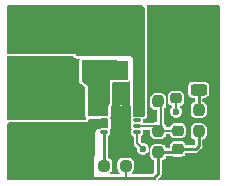
<source format=gbr>
%TF.GenerationSoftware,KiCad,Pcbnew,7.0.10*%
%TF.CreationDate,2024-08-19T14:49:08+08:00*%
%TF.ProjectId,TPS61230_Booster_5V_Layout-240812_JLCPCB,54505336-3132-4333-905f-426f6f737465,rev?*%
%TF.SameCoordinates,Original*%
%TF.FileFunction,Copper,L1,Top*%
%TF.FilePolarity,Positive*%
%FSLAX46Y46*%
G04 Gerber Fmt 4.6, Leading zero omitted, Abs format (unit mm)*
G04 Created by KiCad (PCBNEW 7.0.10) date 2024-08-19 14:49:08*
%MOMM*%
%LPD*%
G01*
G04 APERTURE LIST*
G04 Aperture macros list*
%AMRoundRect*
0 Rectangle with rounded corners*
0 $1 Rounding radius*
0 $2 $3 $4 $5 $6 $7 $8 $9 X,Y pos of 4 corners*
0 Add a 4 corners polygon primitive as box body*
4,1,4,$2,$3,$4,$5,$6,$7,$8,$9,$2,$3,0*
0 Add four circle primitives for the rounded corners*
1,1,$1+$1,$2,$3*
1,1,$1+$1,$4,$5*
1,1,$1+$1,$6,$7*
1,1,$1+$1,$8,$9*
0 Add four rect primitives between the rounded corners*
20,1,$1+$1,$2,$3,$4,$5,0*
20,1,$1+$1,$4,$5,$6,$7,0*
20,1,$1+$1,$6,$7,$8,$9,0*
20,1,$1+$1,$8,$9,$2,$3,0*%
%AMFreePoly0*
4,1,45,-0.121464,1.703536,-0.120000,1.700000,-0.120000,1.205000,0.120000,1.205000,0.120000,1.700000,0.121464,1.703536,0.125000,1.705000,0.375000,1.705000,0.378536,1.703536,0.380000,1.700000,0.380000,1.205000,0.825000,1.205000,0.828536,1.203536,0.830000,1.200000,0.830000,-1.200000,0.828536,-1.203536,0.825000,-1.205000,0.380000,-1.205000,0.380000,-1.700000,0.378536,-1.703536,
0.375000,-1.705000,0.125000,-1.705000,0.121464,-1.703536,0.120000,-1.700000,0.120000,-1.205000,-0.120000,-1.205000,-0.120000,-1.700000,-0.121464,-1.703536,-0.125000,-1.705000,-0.375000,-1.705000,-0.378536,-1.703536,-0.380000,-1.700000,-0.380000,-1.205000,-0.825000,-1.205000,-0.828536,-1.203536,-0.830000,-1.200000,-0.830000,1.200000,-0.828536,1.203536,-0.825000,1.205000,-0.380000,1.205000,
-0.380000,1.700000,-0.378536,1.703536,-0.375000,1.705000,-0.125000,1.705000,-0.121464,1.703536,-0.121464,1.703536,$1*%
G04 Aperture macros list end*
%TA.AperFunction,SMDPad,CuDef*%
%ADD10RoundRect,0.237500X0.250000X0.237500X-0.250000X0.237500X-0.250000X-0.237500X0.250000X-0.237500X0*%
%TD*%
%TA.AperFunction,ComponentPad*%
%ADD11R,1.500000X1.500000*%
%TD*%
%TA.AperFunction,SMDPad,CuDef*%
%ADD12RoundRect,0.030000X-0.270000X-0.090000X0.270000X-0.090000X0.270000X0.090000X-0.270000X0.090000X0*%
%TD*%
%TA.AperFunction,SMDPad,CuDef*%
%ADD13FreePoly0,0.000000*%
%TD*%
%TA.AperFunction,ComponentPad*%
%ADD14C,0.300000*%
%TD*%
%TA.AperFunction,SMDPad,CuDef*%
%ADD15RoundRect,0.225000X0.250000X-0.225000X0.250000X0.225000X-0.250000X0.225000X-0.250000X-0.225000X0*%
%TD*%
%TA.AperFunction,SMDPad,CuDef*%
%ADD16RoundRect,0.243750X-0.456250X0.243750X-0.456250X-0.243750X0.456250X-0.243750X0.456250X0.243750X0*%
%TD*%
%TA.AperFunction,SMDPad,CuDef*%
%ADD17RoundRect,0.237500X0.237500X-0.250000X0.237500X0.250000X-0.237500X0.250000X-0.237500X-0.250000X0*%
%TD*%
%TA.AperFunction,SMDPad,CuDef*%
%ADD18RoundRect,0.250000X0.475000X-0.250000X0.475000X0.250000X-0.475000X0.250000X-0.475000X-0.250000X0*%
%TD*%
%TA.AperFunction,SMDPad,CuDef*%
%ADD19R,3.708400X1.092200*%
%TD*%
%TA.AperFunction,SMDPad,CuDef*%
%ADD20RoundRect,0.250000X-0.475000X0.250000X-0.475000X-0.250000X0.475000X-0.250000X0.475000X0.250000X0*%
%TD*%
%TA.AperFunction,ViaPad*%
%ADD21C,0.600000*%
%TD*%
%TA.AperFunction,Conductor*%
%ADD22C,0.254000*%
%TD*%
%TA.AperFunction,Conductor*%
%ADD23C,0.203200*%
%TD*%
%TA.AperFunction,Conductor*%
%ADD24C,0.200000*%
%TD*%
G04 APERTURE END LIST*
D10*
%TO.P,R3,1*%
%TO.N,Net-(U1-VOUT)*%
X139744000Y-71501000D03*
%TO.P,R3,2*%
%TO.N,Net-(U1-PG)*%
X137919000Y-71501000D03*
%TD*%
D11*
%TO.P,TP5,1,1*%
%TO.N,/VIN*%
X130683000Y-59639200D03*
%TD*%
D12*
%TO.P,U1,1,SW*%
%TO.N,Net-(U1-SW)*%
X137919000Y-66665600D03*
%TO.P,U1,2,SW__1*%
X137919000Y-67165600D03*
%TO.P,U1,3,VOUT*%
%TO.N,Net-(U1-VOUT)*%
X137919000Y-67665600D03*
%TO.P,U1,4,VOUT__1*%
X137919000Y-68165600D03*
%TO.P,U1,5,PG*%
%TO.N,Net-(U1-PG)*%
X137919000Y-68665600D03*
%TO.P,U1,6,SS*%
%TO.N,Net-(U1-SS)*%
X140719000Y-68665600D03*
%TO.P,U1,7,FB*%
%TO.N,/FB*%
X140719000Y-68165600D03*
%TO.P,U1,8,HYS*%
%TO.N,unconnected-(U1-HYS-Pad8)*%
X140719000Y-67665600D03*
%TO.P,U1,9,EN*%
%TO.N,/VIN*%
X140719000Y-67165600D03*
%TO.P,U1,10,VIN*%
X140719000Y-66665600D03*
D13*
%TO.P,U1,11,GND*%
%TO.N,GND*%
X139319000Y-67665600D03*
D14*
%TO.P,U1,12,GND*%
X139319000Y-68615600D03*
%TO.P,U1,13,GND*%
X138744000Y-67665600D03*
%TO.P,U1,14,GND*%
%TO.N,unconnected-(U1-GND-Pad14)*%
X139894000Y-67665600D03*
%TO.P,U1,15*%
%TO.N,N/C*%
X139319000Y-66715600D03*
%TD*%
D11*
%TO.P,TP8,1,1*%
%TO.N,GND*%
X146800000Y-59639200D03*
%TD*%
D15*
%TO.P,C2,1*%
%TO.N,Net-(U1-SS)*%
X144018000Y-65799000D03*
%TO.P,C2,2*%
%TO.N,GND*%
X144018000Y-64249000D03*
%TD*%
D16*
%TO.P,D1,1,K*%
%TO.N,GND*%
X145923000Y-63197500D03*
%TO.P,D1,2,A*%
%TO.N,Net-(D1-A)*%
X145923000Y-65072500D03*
%TD*%
D17*
%TO.P,R2,1*%
%TO.N,Net-(U1-VOUT)*%
X142494000Y-70357050D03*
%TO.P,R2,2*%
%TO.N,/FB*%
X142494000Y-68532050D03*
%TD*%
D18*
%TO.P,C5,1*%
%TO.N,Net-(U1-VOUT)*%
X135337600Y-68702000D03*
%TO.P,C5,2*%
%TO.N,GND*%
X135337600Y-66802000D03*
%TD*%
%TO.P,C4,1*%
%TO.N,Net-(U1-VOUT)*%
X133223000Y-68702000D03*
%TO.P,C4,2*%
%TO.N,GND*%
X133223000Y-66802000D03*
%TD*%
D19*
%TO.P,L1,1,1*%
%TO.N,/VIN*%
X137871200Y-61226700D03*
%TO.P,L1,2,2*%
%TO.N,Net-(U1-SW)*%
X137871200Y-63487300D03*
%TD*%
D11*
%TO.P,TP6,1,1*%
%TO.N,GND*%
X146800000Y-71729600D03*
%TD*%
D17*
%TO.P,R1,1*%
%TO.N,/FB*%
X142494000Y-66063500D03*
%TO.P,R1,2*%
%TO.N,GND*%
X142494000Y-64238500D03*
%TD*%
D20*
%TO.P,C1,1*%
%TO.N,/VIN*%
X133731000Y-61153000D03*
%TO.P,C1,2*%
%TO.N,GND*%
X133731000Y-63053000D03*
%TD*%
D15*
%TO.P,C6,1*%
%TO.N,Net-(U1-VOUT)*%
X144145000Y-70082050D03*
%TO.P,C6,2*%
%TO.N,/FB*%
X144145000Y-68532050D03*
%TD*%
D11*
%TO.P,TP7,1,1*%
%TO.N,Net-(U1-VOUT)*%
X130683000Y-71729600D03*
%TD*%
D17*
%TO.P,R4,1*%
%TO.N,Net-(U1-VOUT)*%
X145923000Y-68603500D03*
%TO.P,R4,2*%
%TO.N,Net-(D1-A)*%
X145923000Y-66778500D03*
%TD*%
D18*
%TO.P,C3,1*%
%TO.N,Net-(U1-VOUT)*%
X131108400Y-68702000D03*
%TO.P,C3,2*%
%TO.N,GND*%
X131108400Y-66802000D03*
%TD*%
D21*
%TO.N,GND*%
X132829300Y-64592200D03*
X131038600Y-64592200D03*
X134620000Y-64592200D03*
X131064000Y-62852300D03*
%TO.N,Net-(U1-SS)*%
X141198600Y-70078600D03*
X144018000Y-66929000D03*
%TD*%
D22*
%TO.N,GND*%
X146812000Y-59651200D02*
X146800000Y-59639200D01*
X146812000Y-62562500D02*
X146812000Y-59651200D01*
X146177000Y-63197500D02*
X146812000Y-62562500D01*
D23*
%TO.N,Net-(U1-SS)*%
X141198600Y-70078600D02*
X140719000Y-69599000D01*
X140719000Y-69599000D02*
X140719000Y-68665600D01*
D24*
X144018000Y-65799000D02*
X144018000Y-66929000D01*
%TO.N,/FB*%
X142697200Y-68532050D02*
X142697200Y-66063500D01*
D23*
X140719000Y-68165600D02*
X142371200Y-68165600D01*
D24*
X142697200Y-68532050D02*
X144424400Y-68532050D01*
%TO.N,Net-(U1-VOUT)*%
X139744000Y-71501000D02*
X139744000Y-72473000D01*
D22*
X138728000Y-72517000D02*
X139700000Y-72517000D01*
X142113000Y-72517000D02*
X142494000Y-72136000D01*
X142697200Y-70357050D02*
X144134500Y-70357050D01*
X139700000Y-72517000D02*
X142113000Y-72517000D01*
X145923000Y-69828050D02*
X145669000Y-70082050D01*
X142494000Y-72136000D02*
X142494000Y-70357050D01*
X137922000Y-72517000D02*
X136779000Y-72517000D01*
D24*
X137898500Y-72493500D02*
X137922000Y-72517000D01*
D22*
X144424400Y-70082050D02*
X145669000Y-70082050D01*
D24*
X144134500Y-70357050D02*
X144424400Y-70067150D01*
X139744000Y-72473000D02*
X139700000Y-72517000D01*
D22*
X138728000Y-72517000D02*
X137922000Y-72517000D01*
X145923000Y-68603500D02*
X145923000Y-69828050D01*
%TO.N,Net-(U1-PG)*%
X137919000Y-68665600D02*
X137919000Y-71501000D01*
%TO.N,Net-(D1-A)*%
X145923000Y-66778500D02*
X145923000Y-65072500D01*
%TD*%
%TA.AperFunction,Conductor*%
%TO.N,GND*%
G36*
X147707594Y-57956206D02*
G01*
X147725900Y-58000400D01*
X147725900Y-72657200D01*
X147707594Y-72701394D01*
X147663400Y-72719700D01*
X142524342Y-72719700D01*
X142480148Y-72701394D01*
X142461842Y-72657200D01*
X142480148Y-72613006D01*
X142713546Y-72379607D01*
X142717544Y-72375943D01*
X142748750Y-72349760D01*
X142769118Y-72314479D01*
X142772031Y-72309906D01*
X142795394Y-72276543D01*
X142797050Y-72270363D01*
X142803296Y-72255282D01*
X142806497Y-72249739D01*
X142813571Y-72209612D01*
X142814741Y-72204334D01*
X142825286Y-72164985D01*
X142821737Y-72124429D01*
X142821500Y-72118983D01*
X142821500Y-71083943D01*
X142839806Y-71039749D01*
X142863356Y-71024950D01*
X142938475Y-70998666D01*
X143044711Y-70920261D01*
X143123116Y-70814025D01*
X143153775Y-70726406D01*
X143185649Y-70690740D01*
X143212767Y-70684550D01*
X143683635Y-70684550D01*
X143712009Y-70691362D01*
X143761869Y-70716767D01*
X143761871Y-70716767D01*
X143761874Y-70716769D01*
X143761877Y-70716769D01*
X143761879Y-70716770D01*
X143861498Y-70732548D01*
X143861504Y-70732548D01*
X143861512Y-70732550D01*
X143861514Y-70732550D01*
X144428486Y-70732550D01*
X144428488Y-70732550D01*
X144467268Y-70726408D01*
X144528120Y-70716770D01*
X144528120Y-70716769D01*
X144528126Y-70716769D01*
X144648220Y-70655578D01*
X144743528Y-70560270D01*
X144802936Y-70443676D01*
X144839310Y-70412609D01*
X144858624Y-70409550D01*
X145651975Y-70409550D01*
X145657423Y-70409788D01*
X145697984Y-70413337D01*
X145737315Y-70402797D01*
X145742627Y-70401619D01*
X145782739Y-70394547D01*
X145788284Y-70391345D01*
X145803363Y-70385100D01*
X145809540Y-70383445D01*
X145809540Y-70383444D01*
X145809543Y-70383444D01*
X145842903Y-70360083D01*
X145847476Y-70357170D01*
X145882760Y-70336800D01*
X145908947Y-70305589D01*
X145912610Y-70301592D01*
X146142546Y-70071657D01*
X146146544Y-70067993D01*
X146177750Y-70041810D01*
X146198118Y-70006529D01*
X146201031Y-70001956D01*
X146224394Y-69968593D01*
X146224395Y-69968590D01*
X146226050Y-69962413D01*
X146232296Y-69947332D01*
X146235497Y-69941789D01*
X146242571Y-69901660D01*
X146243743Y-69896377D01*
X146254286Y-69857034D01*
X146250737Y-69816479D01*
X146250500Y-69811033D01*
X146250500Y-69330393D01*
X146268806Y-69286199D01*
X146292356Y-69271400D01*
X146367475Y-69245116D01*
X146473711Y-69166711D01*
X146552116Y-69060475D01*
X146595725Y-68935849D01*
X146598500Y-68906256D01*
X146598500Y-68300744D01*
X146595725Y-68271151D01*
X146552116Y-68146525D01*
X146473711Y-68040289D01*
X146407052Y-67991093D01*
X146367476Y-67961884D01*
X146305162Y-67940079D01*
X146242849Y-67918275D01*
X146242847Y-67918274D01*
X146242846Y-67918274D01*
X146221578Y-67916280D01*
X146213256Y-67915500D01*
X145632744Y-67915500D01*
X145625135Y-67916213D01*
X145603153Y-67918274D01*
X145603151Y-67918275D01*
X145478523Y-67961884D01*
X145372289Y-68040289D01*
X145293884Y-68146523D01*
X145250275Y-68271151D01*
X145250274Y-68271153D01*
X145247500Y-68300747D01*
X145247500Y-68906252D01*
X145250274Y-68935846D01*
X145250274Y-68935847D01*
X145250275Y-68935849D01*
X145268882Y-68989025D01*
X145293884Y-69060476D01*
X145319556Y-69095260D01*
X145372289Y-69166711D01*
X145440800Y-69217274D01*
X145478523Y-69245115D01*
X145478524Y-69245115D01*
X145478525Y-69245116D01*
X145553642Y-69271400D01*
X145589310Y-69303275D01*
X145595500Y-69330393D01*
X145595500Y-69666506D01*
X145577195Y-69710699D01*
X145551652Y-69736243D01*
X145507458Y-69754550D01*
X144858624Y-69754550D01*
X144814430Y-69736244D01*
X144802936Y-69720424D01*
X144743528Y-69603830D01*
X144648219Y-69508521D01*
X144528130Y-69447332D01*
X144528120Y-69447329D01*
X144428501Y-69431551D01*
X144428489Y-69431550D01*
X144428488Y-69431550D01*
X143861512Y-69431550D01*
X143861510Y-69431550D01*
X143861498Y-69431551D01*
X143761879Y-69447329D01*
X143761869Y-69447332D01*
X143641780Y-69508521D01*
X143546471Y-69603830D01*
X143485282Y-69723919D01*
X143485279Y-69723929D01*
X143469501Y-69823548D01*
X143469500Y-69823564D01*
X143469500Y-69967050D01*
X143451194Y-70011244D01*
X143407000Y-70029550D01*
X143212767Y-70029550D01*
X143168573Y-70011244D01*
X143153775Y-69987695D01*
X143123116Y-69900075D01*
X143122318Y-69898994D01*
X143097828Y-69865810D01*
X143044711Y-69793839D01*
X142972036Y-69740203D01*
X142938476Y-69715434D01*
X142862832Y-69688965D01*
X142813849Y-69671825D01*
X142813847Y-69671824D01*
X142813846Y-69671824D01*
X142792578Y-69669830D01*
X142784256Y-69669050D01*
X142203744Y-69669050D01*
X142196135Y-69669763D01*
X142174153Y-69671824D01*
X142174151Y-69671825D01*
X142049523Y-69715434D01*
X141943289Y-69793839D01*
X141864884Y-69900073D01*
X141821275Y-70024701D01*
X141821273Y-70024709D01*
X141821176Y-70025746D01*
X141820956Y-70026161D01*
X141820464Y-70028415D01*
X141819837Y-70028278D01*
X141798819Y-70068035D01*
X141753107Y-70082129D01*
X141710818Y-70059772D01*
X141697086Y-70028797D01*
X141697031Y-70028415D01*
X141683765Y-69936143D01*
X141623977Y-69805227D01*
X141623976Y-69805225D01*
X141529728Y-69696457D01*
X141507749Y-69682332D01*
X141408653Y-69618647D01*
X141408651Y-69618646D01*
X141408649Y-69618645D01*
X141270563Y-69578100D01*
X141270561Y-69578100D01*
X141151222Y-69578100D01*
X141107028Y-69559794D01*
X141039406Y-69492172D01*
X141021100Y-69447978D01*
X141021100Y-69035523D01*
X141039406Y-68991329D01*
X141071410Y-68974223D01*
X141078937Y-68972726D01*
X141155181Y-68921781D01*
X141206126Y-68845537D01*
X141219500Y-68778303D01*
X141219499Y-68552898D01*
X141217409Y-68542392D01*
X141226740Y-68495478D01*
X141266514Y-68468901D01*
X141278708Y-68467700D01*
X141756000Y-68467700D01*
X141800194Y-68486006D01*
X141818500Y-68530200D01*
X141818500Y-68834806D01*
X141819082Y-68841010D01*
X141821274Y-68864396D01*
X141821275Y-68864398D01*
X141864884Y-68989026D01*
X141880563Y-69010270D01*
X141943289Y-69095261D01*
X142015260Y-69148378D01*
X142049523Y-69173665D01*
X142049524Y-69173665D01*
X142049525Y-69173666D01*
X142174151Y-69217275D01*
X142203744Y-69220050D01*
X142203747Y-69220050D01*
X142784253Y-69220050D01*
X142784256Y-69220050D01*
X142813849Y-69217275D01*
X142938475Y-69173666D01*
X143044711Y-69095261D01*
X143123116Y-68989025D01*
X143163223Y-68874406D01*
X143195099Y-68838739D01*
X143222216Y-68832550D01*
X143422774Y-68832550D01*
X143466968Y-68850856D01*
X143484504Y-68885271D01*
X143485280Y-68890170D01*
X143485281Y-68890176D01*
X143485282Y-68890180D01*
X143546471Y-69010269D01*
X143641780Y-69105578D01*
X143761869Y-69166767D01*
X143761871Y-69166767D01*
X143761874Y-69166769D01*
X143761877Y-69166769D01*
X143761879Y-69166770D01*
X143861498Y-69182548D01*
X143861504Y-69182548D01*
X143861512Y-69182550D01*
X143861514Y-69182550D01*
X144428486Y-69182550D01*
X144428488Y-69182550D01*
X144528126Y-69166769D01*
X144648220Y-69105578D01*
X144743528Y-69010270D01*
X144804719Y-68890176D01*
X144820500Y-68790538D01*
X144820500Y-68273562D01*
X144820118Y-68271153D01*
X144804720Y-68173929D01*
X144804719Y-68173927D01*
X144804719Y-68173924D01*
X144804717Y-68173921D01*
X144804717Y-68173919D01*
X144743528Y-68053830D01*
X144648219Y-67958521D01*
X144528130Y-67897332D01*
X144528120Y-67897329D01*
X144428501Y-67881551D01*
X144428489Y-67881550D01*
X144428488Y-67881550D01*
X143861512Y-67881550D01*
X143861510Y-67881550D01*
X143861498Y-67881551D01*
X143761879Y-67897329D01*
X143761869Y-67897332D01*
X143641780Y-67958521D01*
X143546471Y-68053830D01*
X143485282Y-68173919D01*
X143485281Y-68173923D01*
X143485281Y-68173924D01*
X143484504Y-68178828D01*
X143459511Y-68219614D01*
X143422774Y-68231550D01*
X143222216Y-68231550D01*
X143178022Y-68213244D01*
X143163223Y-68189693D01*
X143123115Y-68075073D01*
X143059661Y-67989096D01*
X143044711Y-67968839D01*
X143044710Y-67968838D01*
X143044709Y-67968837D01*
X143023085Y-67952877D01*
X142998398Y-67911904D01*
X142997700Y-67902591D01*
X142997700Y-66692957D01*
X143016006Y-66648763D01*
X143023079Y-66642675D01*
X143044711Y-66626711D01*
X143123116Y-66520475D01*
X143166725Y-66395849D01*
X143169500Y-66366256D01*
X143169500Y-66057485D01*
X143342500Y-66057485D01*
X143342501Y-66057501D01*
X143358279Y-66157120D01*
X143358282Y-66157130D01*
X143419471Y-66277219D01*
X143514780Y-66372528D01*
X143634869Y-66433717D01*
X143634870Y-66433717D01*
X143634874Y-66433719D01*
X143656569Y-66437155D01*
X143697356Y-66462147D01*
X143708524Y-66508660D01*
X143689389Y-66543124D01*
X143689799Y-66543479D01*
X143688111Y-66545426D01*
X143687731Y-66546112D01*
X143686873Y-66546855D01*
X143592623Y-66655625D01*
X143592623Y-66655627D01*
X143532834Y-66786544D01*
X143512353Y-66929000D01*
X143532834Y-67071455D01*
X143532835Y-67071457D01*
X143550824Y-67110848D01*
X143592623Y-67202372D01*
X143592623Y-67202374D01*
X143662201Y-67282671D01*
X143686872Y-67311143D01*
X143807947Y-67388953D01*
X143943062Y-67428626D01*
X143946036Y-67429499D01*
X143946038Y-67429500D01*
X143946039Y-67429500D01*
X144089962Y-67429500D01*
X144089962Y-67429499D01*
X144228053Y-67388953D01*
X144349128Y-67311143D01*
X144443377Y-67202373D01*
X144503165Y-67071457D01*
X144523647Y-66929000D01*
X144503165Y-66786543D01*
X144443377Y-66655627D01*
X144443376Y-66655625D01*
X144349125Y-66546853D01*
X144348274Y-66546116D01*
X144347984Y-66545536D01*
X144346201Y-66543479D01*
X144346726Y-66543023D01*
X144326865Y-66503339D01*
X144341975Y-66457953D01*
X144379428Y-66437155D01*
X144401126Y-66433719D01*
X144521220Y-66372528D01*
X144616528Y-66277220D01*
X144677719Y-66157126D01*
X144680925Y-66136884D01*
X144693498Y-66057501D01*
X144693500Y-66057485D01*
X144693500Y-65540514D01*
X144693498Y-65540498D01*
X144677720Y-65440879D01*
X144677719Y-65440877D01*
X144677719Y-65440874D01*
X144677717Y-65440871D01*
X144677717Y-65440869D01*
X144641485Y-65369760D01*
X145022500Y-65369760D01*
X145025313Y-65399771D01*
X145025314Y-65399773D01*
X145069545Y-65526180D01*
X145109307Y-65580054D01*
X145149070Y-65633930D01*
X145222066Y-65687804D01*
X145256819Y-65713454D01*
X145256820Y-65713454D01*
X145256821Y-65713455D01*
X145383226Y-65757686D01*
X145413236Y-65760500D01*
X145533000Y-65760500D01*
X145577194Y-65778806D01*
X145595500Y-65823000D01*
X145595500Y-66051605D01*
X145577194Y-66095799D01*
X145553643Y-66110597D01*
X145478528Y-66136881D01*
X145478523Y-66136884D01*
X145372289Y-66215289D01*
X145293884Y-66321523D01*
X145250275Y-66446151D01*
X145250274Y-66446153D01*
X145247500Y-66475747D01*
X145247500Y-67081252D01*
X145250274Y-67110846D01*
X145250275Y-67110848D01*
X145293884Y-67235476D01*
X145328713Y-67282667D01*
X145372289Y-67341711D01*
X145431191Y-67385182D01*
X145478523Y-67420115D01*
X145478524Y-67420115D01*
X145478525Y-67420116D01*
X145603151Y-67463725D01*
X145632744Y-67466500D01*
X145632747Y-67466500D01*
X146213253Y-67466500D01*
X146213256Y-67466500D01*
X146242849Y-67463725D01*
X146367475Y-67420116D01*
X146473711Y-67341711D01*
X146552116Y-67235475D01*
X146595725Y-67110849D01*
X146598500Y-67081256D01*
X146598500Y-66475744D01*
X146595725Y-66446151D01*
X146552116Y-66321525D01*
X146473711Y-66215289D01*
X146394908Y-66157130D01*
X146367476Y-66136884D01*
X146367471Y-66136881D01*
X146292357Y-66110597D01*
X146256689Y-66078722D01*
X146250500Y-66051605D01*
X146250500Y-65823000D01*
X146268806Y-65778806D01*
X146313000Y-65760500D01*
X146432761Y-65760500D01*
X146432764Y-65760500D01*
X146462774Y-65757686D01*
X146589179Y-65713455D01*
X146696930Y-65633930D01*
X146776455Y-65526179D01*
X146820686Y-65399774D01*
X146823500Y-65369764D01*
X146823500Y-64775236D01*
X146820686Y-64745226D01*
X146776455Y-64618821D01*
X146766390Y-64605184D01*
X146725079Y-64549210D01*
X146696930Y-64511070D01*
X146628284Y-64460406D01*
X146589180Y-64431545D01*
X146504504Y-64401916D01*
X146462774Y-64387314D01*
X146462772Y-64387313D01*
X146462771Y-64387313D01*
X146441203Y-64385291D01*
X146432764Y-64384500D01*
X145413236Y-64384500D01*
X145405520Y-64385223D01*
X145383228Y-64387313D01*
X145383226Y-64387314D01*
X145256819Y-64431545D01*
X145149070Y-64511070D01*
X145069545Y-64618819D01*
X145025314Y-64745226D01*
X145025313Y-64745228D01*
X145022500Y-64775239D01*
X145022500Y-65369760D01*
X144641485Y-65369760D01*
X144616528Y-65320780D01*
X144521219Y-65225471D01*
X144401130Y-65164282D01*
X144401120Y-65164279D01*
X144301501Y-65148501D01*
X144301489Y-65148500D01*
X144301488Y-65148500D01*
X143734512Y-65148500D01*
X143734510Y-65148500D01*
X143734498Y-65148501D01*
X143634879Y-65164279D01*
X143634869Y-65164282D01*
X143514780Y-65225471D01*
X143419471Y-65320780D01*
X143358282Y-65440869D01*
X143358279Y-65440879D01*
X143342501Y-65540498D01*
X143342500Y-65540514D01*
X143342500Y-66057485D01*
X143169500Y-66057485D01*
X143169500Y-65760744D01*
X143166725Y-65731151D01*
X143123116Y-65606525D01*
X143044711Y-65500289D01*
X142964206Y-65440874D01*
X142938476Y-65421884D01*
X142875280Y-65399771D01*
X142813849Y-65378275D01*
X142813847Y-65378274D01*
X142813846Y-65378274D01*
X142792578Y-65376280D01*
X142784256Y-65375500D01*
X142203744Y-65375500D01*
X142196135Y-65376213D01*
X142174153Y-65378274D01*
X142174151Y-65378275D01*
X142049523Y-65421884D01*
X141943289Y-65500289D01*
X141864884Y-65606523D01*
X141821275Y-65731151D01*
X141821274Y-65731153D01*
X141819213Y-65753135D01*
X141818500Y-65760744D01*
X141818500Y-66366256D01*
X141818817Y-66369634D01*
X141821274Y-66395846D01*
X141821274Y-66395847D01*
X141821275Y-66395849D01*
X141840095Y-66449632D01*
X141864884Y-66520476D01*
X141896905Y-66563862D01*
X141943289Y-66626711D01*
X142003741Y-66671326D01*
X142049523Y-66705115D01*
X142049524Y-66705115D01*
X142049525Y-66705116D01*
X142174151Y-66748725D01*
X142203744Y-66751500D01*
X142334200Y-66751500D01*
X142378394Y-66769806D01*
X142396700Y-66814000D01*
X142396700Y-67781550D01*
X142378394Y-67825744D01*
X142334200Y-67844050D01*
X142203744Y-67844050D01*
X142196135Y-67844763D01*
X142174153Y-67846824D01*
X142174148Y-67846825D01*
X142136518Y-67859993D01*
X142115876Y-67863500D01*
X141278710Y-67863500D01*
X141234516Y-67845194D01*
X141216210Y-67801000D01*
X141217411Y-67788808D01*
X141219499Y-67778306D01*
X141219500Y-67778303D01*
X141219499Y-67623960D01*
X141237805Y-67579767D01*
X141274535Y-67561908D01*
X141286757Y-67560439D01*
X141333108Y-67549125D01*
X141353721Y-67542933D01*
X141430787Y-67493688D01*
X141474415Y-67449392D01*
X141511810Y-67397092D01*
X141524184Y-67372344D01*
X141540381Y-67327657D01*
X141551002Y-67282667D01*
X141556500Y-67235452D01*
X141556500Y-58152414D01*
X141556500Y-58152389D01*
X141556336Y-58144204D01*
X141556011Y-58136102D01*
X141556011Y-58136100D01*
X141540394Y-58065367D01*
X141523347Y-58024419D01*
X141523263Y-57976585D01*
X141557027Y-57942700D01*
X141581048Y-57937900D01*
X147663400Y-57937900D01*
X147707594Y-57956206D01*
G37*
%TD.AperFunction*%
%TA.AperFunction,Conductor*%
G36*
X140104762Y-64365432D02*
G01*
X140128917Y-64406721D01*
X140129499Y-64415234D01*
X140129499Y-66361628D01*
X140130730Y-66378326D01*
X140131721Y-66391768D01*
X140134796Y-66412512D01*
X140135044Y-66414184D01*
X140135339Y-66419124D01*
X140135470Y-66419113D01*
X140135765Y-66422617D01*
X140137541Y-66431548D01*
X140138064Y-66434558D01*
X140138133Y-66435027D01*
X140138279Y-66435257D01*
X140140576Y-66446805D01*
X140146728Y-66477739D01*
X140147928Y-66489929D01*
X140147928Y-67244508D01*
X140150456Y-67276638D01*
X140152095Y-67286983D01*
X140140926Y-67333496D01*
X140100139Y-67358489D01*
X140068597Y-67353092D01*
X140068024Y-67354764D01*
X140035304Y-67343531D01*
X140027227Y-67340107D01*
X140003661Y-67328100D01*
X140003659Y-67328099D01*
X140003658Y-67328099D01*
X139984328Y-67325037D01*
X139973815Y-67322421D01*
X139952488Y-67315100D01*
X139952487Y-67315100D01*
X139926500Y-67315100D01*
X139916723Y-67314330D01*
X139911829Y-67313554D01*
X139894002Y-67310731D01*
X139893998Y-67310731D01*
X139870316Y-67314482D01*
X139865707Y-67315038D01*
X139864958Y-67315100D01*
X139838000Y-67319597D01*
X139837495Y-67319679D01*
X139782901Y-67328326D01*
X139779969Y-67329043D01*
X139778620Y-67329506D01*
X139731680Y-67354908D01*
X139730311Y-67355627D01*
X139685412Y-67378505D01*
X139681436Y-67381394D01*
X139681084Y-67380910D01*
X139679748Y-67381903D01*
X139679826Y-67382003D01*
X139675740Y-67385183D01*
X139641922Y-67421918D01*
X139640136Y-67423779D01*
X139606905Y-67457012D01*
X139604016Y-67460989D01*
X139603970Y-67460956D01*
X139597742Y-67469911D01*
X139596516Y-67471242D01*
X139596514Y-67471246D01*
X139577820Y-67513862D01*
X139576274Y-67517128D01*
X139556499Y-67555939D01*
X139556498Y-67555944D01*
X139556137Y-67558222D01*
X139551650Y-67573524D01*
X139549526Y-67578367D01*
X139549526Y-67578368D01*
X139545966Y-67621326D01*
X139545411Y-67625939D01*
X139539131Y-67665600D01*
X139539131Y-67665604D01*
X139540033Y-67671303D01*
X139540589Y-67686230D01*
X139539868Y-67694940D01*
X139539868Y-67694945D01*
X139549612Y-67733427D01*
X139550754Y-67738989D01*
X139556499Y-67775260D01*
X139560690Y-67783486D01*
X139565586Y-67796510D01*
X139568581Y-67808333D01*
X139568584Y-67808341D01*
X139588420Y-67838702D01*
X139591785Y-67844512D01*
X139606904Y-67874186D01*
X139615872Y-67883154D01*
X139623997Y-67893158D01*
X139632563Y-67906269D01*
X139632564Y-67906270D01*
X139632565Y-67906271D01*
X139658478Y-67926439D01*
X139664285Y-67931567D01*
X139685413Y-67952695D01*
X139699792Y-67960021D01*
X139709799Y-67966384D01*
X139724874Y-67978117D01*
X139752700Y-67987669D01*
X139760770Y-67991091D01*
X139784339Y-68003100D01*
X139803673Y-68006161D01*
X139814187Y-68008778D01*
X139835512Y-68016100D01*
X139861500Y-68016100D01*
X139871276Y-68016869D01*
X139894000Y-68020469D01*
X139917721Y-68016711D01*
X139922317Y-68016159D01*
X139923019Y-68016100D01*
X139923040Y-68016100D01*
X139950115Y-68011581D01*
X139950326Y-68011547D01*
X140003661Y-68003100D01*
X140003664Y-68003098D01*
X140005138Y-68002865D01*
X140008000Y-68002166D01*
X140009375Y-68001694D01*
X140009377Y-68001692D01*
X140009381Y-68001692D01*
X140056392Y-67976250D01*
X140057588Y-67975622D01*
X140102587Y-67952695D01*
X140102589Y-67952693D01*
X140106570Y-67949801D01*
X140106936Y-67950305D01*
X140108263Y-67949313D01*
X140108173Y-67949197D01*
X140112256Y-67946019D01*
X140112255Y-67946019D01*
X140112258Y-67946018D01*
X140124215Y-67933028D01*
X140167614Y-67912911D01*
X140212527Y-67929372D01*
X140232645Y-67972772D01*
X140231498Y-67987550D01*
X140218500Y-68052896D01*
X140218500Y-68278300D01*
X140218501Y-68278302D01*
X140231873Y-68345535D01*
X140231874Y-68345537D01*
X140255487Y-68380877D01*
X140264819Y-68427792D01*
X140255487Y-68450321D01*
X140231875Y-68485658D01*
X140231873Y-68485663D01*
X140218500Y-68552896D01*
X140218500Y-68778300D01*
X140218501Y-68778302D01*
X140231874Y-68845537D01*
X140231874Y-68845538D01*
X140231875Y-68845539D01*
X140282818Y-68921781D01*
X140359060Y-68972724D01*
X140359063Y-68972726D01*
X140366592Y-68974223D01*
X140406365Y-69000796D01*
X140416900Y-69035522D01*
X140416900Y-69539523D01*
X140415067Y-69550755D01*
X140415414Y-69550804D01*
X140414613Y-69556542D01*
X140416833Y-69604537D01*
X140416900Y-69607424D01*
X140416900Y-69626989D01*
X140416901Y-69627002D01*
X140417393Y-69629634D01*
X140418390Y-69638229D01*
X140419829Y-69669359D01*
X140419830Y-69669364D01*
X140425557Y-69682335D01*
X140429816Y-69696090D01*
X140432419Y-69710016D01*
X140432420Y-69710019D01*
X140432421Y-69710021D01*
X140438862Y-69720424D01*
X140448825Y-69736516D01*
X140452859Y-69744169D01*
X140465450Y-69772684D01*
X140475472Y-69782706D01*
X140484417Y-69793999D01*
X140491875Y-69806045D01*
X140491876Y-69806046D01*
X140491878Y-69806049D01*
X140516755Y-69824835D01*
X140523276Y-69830510D01*
X140680687Y-69987921D01*
X140698993Y-70032115D01*
X140698357Y-70041008D01*
X140692953Y-70078599D01*
X140692953Y-70078600D01*
X140695448Y-70095954D01*
X140713434Y-70221055D01*
X140713435Y-70221057D01*
X140766293Y-70336799D01*
X140773223Y-70351972D01*
X140773223Y-70351974D01*
X140852683Y-70443676D01*
X140867472Y-70460743D01*
X140988547Y-70538553D01*
X140988549Y-70538553D01*
X140988550Y-70538554D01*
X141126636Y-70579099D01*
X141126638Y-70579100D01*
X141126639Y-70579100D01*
X141270562Y-70579100D01*
X141270562Y-70579099D01*
X141408653Y-70538553D01*
X141529728Y-70460743D01*
X141623977Y-70351973D01*
X141683765Y-70221057D01*
X141694136Y-70148923D01*
X141718545Y-70107784D01*
X141764894Y-70095954D01*
X141806034Y-70120363D01*
X141818500Y-70157818D01*
X141818500Y-70659802D01*
X141821274Y-70689396D01*
X141821274Y-70689397D01*
X141821275Y-70689399D01*
X141821962Y-70691362D01*
X141864884Y-70814026D01*
X141884958Y-70841225D01*
X141943289Y-70920261D01*
X141983976Y-70950289D01*
X142049523Y-70998665D01*
X142049524Y-70998665D01*
X142049525Y-70998666D01*
X142124642Y-71024950D01*
X142160310Y-71056825D01*
X142166500Y-71083943D01*
X142166500Y-71974457D01*
X142148194Y-72018651D01*
X141995652Y-72171194D01*
X141951458Y-72189500D01*
X140310448Y-72189500D01*
X140266254Y-72171194D01*
X140247948Y-72127000D01*
X140266254Y-72082806D01*
X140273324Y-72076719D01*
X140307211Y-72051711D01*
X140385616Y-71945475D01*
X140429225Y-71820849D01*
X140432000Y-71791256D01*
X140432000Y-71210744D01*
X140429225Y-71181151D01*
X140385616Y-71056525D01*
X140307211Y-70950289D01*
X140244339Y-70903888D01*
X140200976Y-70871884D01*
X140138662Y-70850079D01*
X140076349Y-70828275D01*
X140076347Y-70828274D01*
X140076346Y-70828274D01*
X140055078Y-70826280D01*
X140046756Y-70825500D01*
X139441244Y-70825500D01*
X139433635Y-70826213D01*
X139411653Y-70828274D01*
X139411651Y-70828275D01*
X139287023Y-70871884D01*
X139180789Y-70950289D01*
X139102384Y-71056523D01*
X139058775Y-71181151D01*
X139058774Y-71181153D01*
X139056000Y-71210747D01*
X139056000Y-71791252D01*
X139058774Y-71820846D01*
X139058775Y-71820848D01*
X139102384Y-71945476D01*
X139156390Y-72018651D01*
X139180789Y-72051711D01*
X139214667Y-72076714D01*
X139239354Y-72117685D01*
X139227840Y-72164114D01*
X139186867Y-72188802D01*
X139177552Y-72189500D01*
X138485448Y-72189500D01*
X138441254Y-72171194D01*
X138422948Y-72127000D01*
X138441254Y-72082806D01*
X138448324Y-72076719D01*
X138482211Y-72051711D01*
X138560616Y-71945475D01*
X138604225Y-71820849D01*
X138607000Y-71791256D01*
X138607000Y-71210744D01*
X138604225Y-71181151D01*
X138560616Y-71056525D01*
X138482211Y-70950289D01*
X138419339Y-70903888D01*
X138375976Y-70871884D01*
X138320143Y-70852347D01*
X138288356Y-70841224D01*
X138252689Y-70809349D01*
X138246500Y-70782232D01*
X138246500Y-69027806D01*
X138264806Y-68983612D01*
X138274277Y-68975839D01*
X138278935Y-68972726D01*
X138278937Y-68972726D01*
X138355181Y-68921781D01*
X138406126Y-68845537D01*
X138419500Y-68778303D01*
X138419499Y-68552898D01*
X138406787Y-68488987D01*
X138414432Y-68444742D01*
X138460801Y-68367135D01*
X138480014Y-68308004D01*
X138490072Y-68244500D01*
X138490072Y-67616100D01*
X138490072Y-67616091D01*
X138487543Y-67583964D01*
X138487542Y-67583951D01*
X138482618Y-67552864D01*
X138481846Y-67548320D01*
X138481844Y-67548317D01*
X138481844Y-67548314D01*
X138445903Y-67464226D01*
X138445901Y-67464223D01*
X138443745Y-67461255D01*
X138432580Y-67414741D01*
X138443337Y-67388354D01*
X138456123Y-67370336D01*
X138474429Y-67326142D01*
X138490072Y-67247500D01*
X138490072Y-66715604D01*
X138964131Y-66715604D01*
X138965033Y-66721303D01*
X138965589Y-66736230D01*
X138964868Y-66744940D01*
X138964868Y-66744945D01*
X138974612Y-66783427D01*
X138975754Y-66788989D01*
X138981499Y-66825260D01*
X138985690Y-66833486D01*
X138990586Y-66846510D01*
X138993581Y-66858333D01*
X138993584Y-66858341D01*
X138997333Y-66864080D01*
X139013420Y-66888702D01*
X139016785Y-66894512D01*
X139031904Y-66924186D01*
X139040872Y-66933154D01*
X139048997Y-66943158D01*
X139057563Y-66956269D01*
X139057564Y-66956270D01*
X139057565Y-66956271D01*
X139083478Y-66976439D01*
X139089285Y-66981567D01*
X139110413Y-67002695D01*
X139124792Y-67010021D01*
X139134799Y-67016384D01*
X139149874Y-67028117D01*
X139177700Y-67037669D01*
X139185770Y-67041091D01*
X139209339Y-67053100D01*
X139228673Y-67056161D01*
X139239187Y-67058778D01*
X139260512Y-67066100D01*
X139286500Y-67066100D01*
X139296276Y-67066869D01*
X139319000Y-67070469D01*
X139342721Y-67066711D01*
X139347317Y-67066159D01*
X139348019Y-67066100D01*
X139348040Y-67066100D01*
X139375115Y-67061581D01*
X139375326Y-67061547D01*
X139428661Y-67053100D01*
X139428664Y-67053098D01*
X139430138Y-67052865D01*
X139433000Y-67052166D01*
X139434375Y-67051694D01*
X139434377Y-67051692D01*
X139434381Y-67051692D01*
X139481392Y-67026250D01*
X139482588Y-67025622D01*
X139527587Y-67002695D01*
X139527589Y-67002693D01*
X139531570Y-66999801D01*
X139531936Y-67000305D01*
X139533263Y-66999313D01*
X139533173Y-66999197D01*
X139537254Y-66996019D01*
X139537258Y-66996018D01*
X139571100Y-66959254D01*
X139572840Y-66957440D01*
X139606095Y-66924187D01*
X139606098Y-66924182D01*
X139608990Y-66920203D01*
X139609037Y-66920237D01*
X139615268Y-66911275D01*
X139616484Y-66909956D01*
X139635181Y-66867327D01*
X139636720Y-66864080D01*
X139656500Y-66825261D01*
X139656859Y-66822987D01*
X139661353Y-66807663D01*
X139663473Y-66802832D01*
X139667035Y-66759833D01*
X139667586Y-66755262D01*
X139673869Y-66715600D01*
X139672965Y-66709899D01*
X139672410Y-66694961D01*
X139673132Y-66686256D01*
X139663385Y-66647770D01*
X139662248Y-66642234D01*
X139656500Y-66605939D01*
X139652308Y-66597711D01*
X139647411Y-66584687D01*
X139644416Y-66572859D01*
X139627428Y-66546857D01*
X139624574Y-66542488D01*
X139621209Y-66536677D01*
X139606094Y-66507011D01*
X139597129Y-66498047D01*
X139588997Y-66488033D01*
X139580439Y-66474933D01*
X139580438Y-66474931D01*
X139554520Y-66454759D01*
X139548714Y-66449632D01*
X139527585Y-66428503D01*
X139513214Y-66421181D01*
X139503203Y-66414817D01*
X139488126Y-66403083D01*
X139488121Y-66403080D01*
X139460304Y-66393531D01*
X139452227Y-66390107D01*
X139428661Y-66378100D01*
X139428659Y-66378099D01*
X139428658Y-66378099D01*
X139409328Y-66375037D01*
X139398815Y-66372421D01*
X139377488Y-66365100D01*
X139377487Y-66365100D01*
X139351500Y-66365100D01*
X139341723Y-66364330D01*
X139336829Y-66363554D01*
X139319002Y-66360731D01*
X139318998Y-66360731D01*
X139295316Y-66364482D01*
X139290707Y-66365038D01*
X139289958Y-66365100D01*
X139263000Y-66369597D01*
X139262495Y-66369679D01*
X139207901Y-66378326D01*
X139204969Y-66379043D01*
X139203620Y-66379506D01*
X139156680Y-66404908D01*
X139155311Y-66405627D01*
X139110412Y-66428505D01*
X139106436Y-66431394D01*
X139106084Y-66430910D01*
X139104748Y-66431903D01*
X139104826Y-66432003D01*
X139100740Y-66435183D01*
X139066922Y-66471918D01*
X139065136Y-66473779D01*
X139031905Y-66507012D01*
X139029016Y-66510989D01*
X139028970Y-66510956D01*
X139022742Y-66519911D01*
X139021516Y-66521242D01*
X139021514Y-66521246D01*
X139002820Y-66563862D01*
X139001274Y-66567128D01*
X138981499Y-66605939D01*
X138981498Y-66605944D01*
X138981137Y-66608222D01*
X138976650Y-66623524D01*
X138974526Y-66628367D01*
X138974526Y-66628368D01*
X138970966Y-66671326D01*
X138970411Y-66675939D01*
X138964131Y-66715600D01*
X138964131Y-66715604D01*
X138490072Y-66715604D01*
X138490072Y-66489905D01*
X138490971Y-66479345D01*
X138490977Y-66479310D01*
X138500612Y-66455146D01*
X138503247Y-66451203D01*
X138504208Y-66449806D01*
X138550751Y-66384214D01*
X138569057Y-66340020D01*
X138584700Y-66261378D01*
X138584700Y-64504600D01*
X138603006Y-64460406D01*
X138647200Y-64442100D01*
X139842652Y-64442100D01*
X139918271Y-64427681D01*
X139961041Y-64410755D01*
X140017425Y-64377172D01*
X140017427Y-64377170D01*
X140021919Y-64373154D01*
X140022831Y-64374174D01*
X140058486Y-64353316D01*
X140104762Y-64365432D01*
G37*
%TD.AperFunction*%
%TA.AperFunction,Conductor*%
G36*
X129765173Y-62227813D02*
G01*
X129779151Y-62230027D01*
X129793491Y-62232299D01*
X129793497Y-62232299D01*
X129793500Y-62232300D01*
X135285481Y-62232300D01*
X135329675Y-62250606D01*
X135342951Y-62270235D01*
X135347670Y-62281276D01*
X135347671Y-62281278D01*
X135384213Y-62331573D01*
X135384223Y-62331586D01*
X135408455Y-62359321D01*
X135486965Y-62406229D01*
X135546096Y-62425442D01*
X135609600Y-62435500D01*
X135789107Y-62435500D01*
X135833301Y-62453806D01*
X135851607Y-62498000D01*
X135845537Y-62521501D01*
X135846793Y-62522021D01*
X135845450Y-62525261D01*
X135845449Y-62525264D01*
X135827143Y-62569458D01*
X135827141Y-62569463D01*
X135811500Y-62648099D01*
X135811500Y-62648100D01*
X135811500Y-64380481D01*
X135812396Y-64397626D01*
X135812621Y-64401916D01*
X135813982Y-64414896D01*
X135815258Y-64424754D01*
X135848951Y-64509773D01*
X135848952Y-64509775D01*
X135857979Y-64522920D01*
X135876031Y-64549210D01*
X135876032Y-64549211D01*
X135876033Y-64549212D01*
X135933439Y-64605181D01*
X135933441Y-64605182D01*
X135933443Y-64605184D01*
X136291062Y-64837636D01*
X136318140Y-64877070D01*
X136319500Y-64890039D01*
X136319500Y-67247500D01*
X136335142Y-67326140D01*
X136341592Y-67341711D01*
X136353449Y-67370336D01*
X136370261Y-67397092D01*
X136384727Y-67420115D01*
X136390076Y-67428627D01*
X136395992Y-67432825D01*
X136421441Y-67473328D01*
X136415829Y-67511539D01*
X136409263Y-67524792D01*
X136387623Y-67594042D01*
X136356968Y-67630765D01*
X136327968Y-67637900D01*
X129886470Y-67637900D01*
X129884980Y-67637958D01*
X129870337Y-67638533D01*
X129854606Y-67639772D01*
X129854595Y-67639774D01*
X129774486Y-67662369D01*
X129774148Y-67661172D01*
X129730336Y-67660299D01*
X129697192Y-67625807D01*
X129692900Y-67603045D01*
X129692900Y-62289544D01*
X129711206Y-62245350D01*
X129755400Y-62227044D01*
X129765173Y-62227813D01*
G37*
%TD.AperFunction*%
%TD*%
%TA.AperFunction,Conductor*%
%TO.N,/VIN*%
G36*
X141211890Y-57957113D02*
G01*
X141229140Y-57973030D01*
X141326781Y-58086944D01*
X141350676Y-58144344D01*
X141351000Y-58152414D01*
X141351000Y-67235452D01*
X141340379Y-67280442D01*
X141328005Y-67305190D01*
X141284377Y-67349486D01*
X141238026Y-67360800D01*
X141100540Y-67360800D01*
X141080914Y-67358867D01*
X141033752Y-67349486D01*
X141011703Y-67345100D01*
X141011702Y-67345100D01*
X140454028Y-67345100D01*
X140394897Y-67325887D01*
X140358352Y-67275587D01*
X140353428Y-67244500D01*
X140353428Y-66477591D01*
X140353840Y-66473407D01*
X140353840Y-66465610D01*
X140337318Y-66382530D01*
X140338075Y-66382379D01*
X140335000Y-66361635D01*
X140335000Y-62357000D01*
X140334999Y-62356999D01*
X140182600Y-62230000D01*
X139928600Y-62230000D01*
X135609600Y-62230000D01*
X135550469Y-62210787D01*
X135513924Y-62160487D01*
X135509000Y-62129400D01*
X135509000Y-62026800D01*
X129793500Y-62026800D01*
X129734369Y-62007587D01*
X129697824Y-61957287D01*
X129692900Y-61926200D01*
X129692900Y-58038500D01*
X129712113Y-57979369D01*
X129762413Y-57942824D01*
X129793500Y-57937900D01*
X141152759Y-57937900D01*
X141211890Y-57957113D01*
G37*
%TD.AperFunction*%
%TD*%
%TA.AperFunction,Conductor*%
%TO.N,Net-(U1-VOUT)*%
G36*
X138243103Y-67534713D02*
G01*
X138279648Y-67585013D01*
X138284572Y-67616100D01*
X138284572Y-68244500D01*
X138265359Y-68303631D01*
X138215059Y-68340176D01*
X138183972Y-68345100D01*
X138013718Y-68345100D01*
X137979308Y-68339032D01*
X137976748Y-68338100D01*
X137976747Y-68338100D01*
X137861253Y-68338100D01*
X137861252Y-68338100D01*
X137858686Y-68339034D01*
X137824281Y-68345100D01*
X137626298Y-68345100D01*
X137559062Y-68358474D01*
X137559060Y-68358475D01*
X137518995Y-68385246D01*
X137463105Y-68402200D01*
X137312399Y-68402200D01*
X137109199Y-68732399D01*
X137084597Y-72619737D01*
X137065010Y-72678745D01*
X137014480Y-72714971D01*
X136983999Y-72719700D01*
X129793500Y-72719700D01*
X129734369Y-72700487D01*
X129697824Y-72650187D01*
X129692900Y-72619100D01*
X129692900Y-68036970D01*
X129712113Y-67977839D01*
X129722365Y-67965835D01*
X129815335Y-67872865D01*
X129870733Y-67844639D01*
X129886470Y-67843400D01*
X136524999Y-67843400D01*
X136525000Y-67843400D01*
X136605408Y-67586091D01*
X136641384Y-67535385D01*
X136700295Y-67515506D01*
X136701429Y-67515500D01*
X138183972Y-67515500D01*
X138243103Y-67534713D01*
G37*
%TD.AperFunction*%
%TD*%
%TA.AperFunction,Conductor*%
%TO.N,Net-(U1-SW)*%
G36*
X138227718Y-62585627D02*
G01*
X139891380Y-62634558D01*
X139935017Y-62654155D01*
X139952016Y-62698868D01*
X139952012Y-62699014D01*
X139905121Y-64176083D01*
X139885422Y-64219674D01*
X139842652Y-64236600D01*
X138379200Y-64236600D01*
X138379200Y-66261378D01*
X138360894Y-66305572D01*
X138351426Y-66313343D01*
X138345615Y-66317225D01*
X138345614Y-66317226D01*
X138330988Y-66339118D01*
X138301311Y-66383539D01*
X138301302Y-66383552D01*
X138299718Y-66387376D01*
X138284160Y-66465575D01*
X138284160Y-66469614D01*
X138284572Y-66473799D01*
X138284572Y-67247500D01*
X138266266Y-67291694D01*
X138222072Y-67310000D01*
X136587500Y-67310000D01*
X136543306Y-67291694D01*
X136525000Y-67247500D01*
X136525000Y-64744600D01*
X136045438Y-64432884D01*
X136018360Y-64393450D01*
X136017000Y-64380481D01*
X136017000Y-62648100D01*
X136035306Y-62603906D01*
X136079500Y-62585600D01*
X138225881Y-62585600D01*
X138227718Y-62585627D01*
G37*
%TD.AperFunction*%
%TD*%
M02*

</source>
